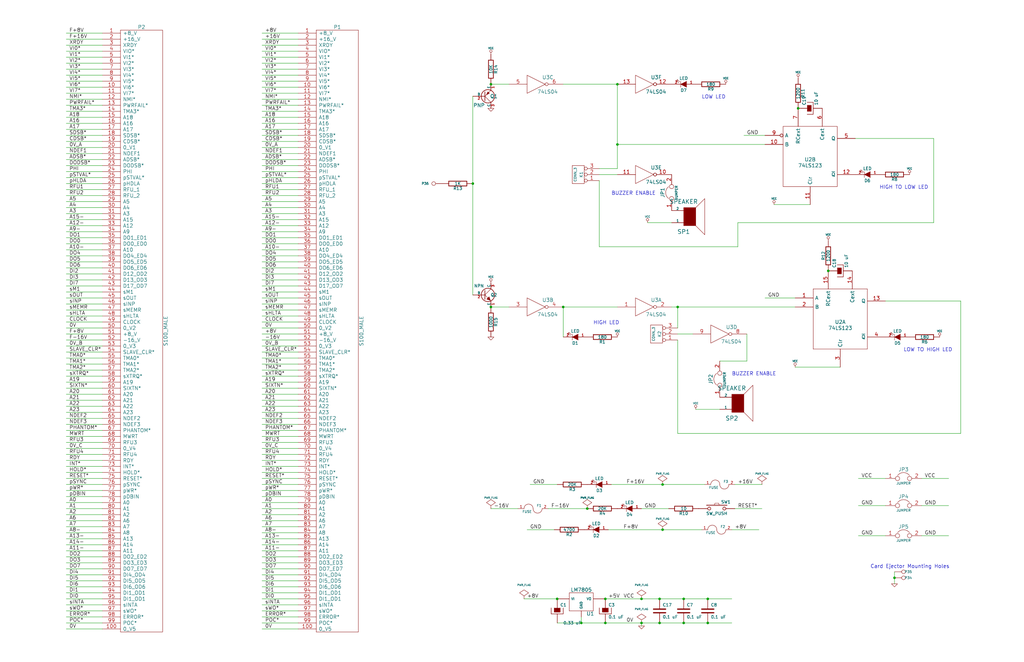
<source format=kicad_sch>
(kicad_sch (version 20230121) (generator eeschema)
  (paper "B")
  (title_block (title "noname.sch") (date "3 dec 2013"))
  (junction (at 270.51 262.89))
  (junction (at 270.51 252.73))
  (junction (at 234.95 252.73))
  (junction (at 298.45 262.89))
  (junction (at 377.19 243.84))
  (junction (at 255.27 262.89))
  (junction (at 288.29 252.73))
  (junction (at 278.13 262.89))
  (junction (at 336.55 45.72))
  (junction (at 349.25 114.3))
  (junction (at 199.39 77.47))
  (junction (at 279.4 223.52))
  (junction (at 255.27 252.73))
  (junction (at 260.35 60.96))
  (junction (at 245.11 262.89))
  (junction (at 207.01 129.54))
  (junction (at 285.75 129.54))
  (junction (at 298.45 252.73))
  (junction (at 288.29 262.89))
  (junction (at 207.01 35.56))
  (junction (at 279.4 204.47))
  (junction (at 278.13 252.73))
  (junction (at 247.65 214.63))
  (junction (at 260.35 35.56))
  (junction (at 237.49 129.54))
  (wire (pts (xy 361.95 213.36) (xy 373.38 213.36)))
  (wire (pts (xy 361.95 226.06) (xy 373.38 226.06)))
  (wire (pts (xy 405.13 127) (xy 373.38 127)))
  (wire (pts (xy 43.18 143.51) (xy 27.94 143.51)))
  (wire (pts (xy 110.49 105.41) (xy 125.73 105.41)))
  (wire (pts (xy 110.49 224.79) (xy 125.73 224.79)))
  (wire (pts (xy 110.49 262.89) (xy 125.73 262.89)))
  (wire (pts (xy 288.29 262.89) (xy 298.45 262.89)))
  (wire (pts (xy 27.94 19.05) (xy 43.18 19.05)))
  (wire (pts (xy 110.49 245.11) (xy 125.73 245.11)))
  (wire (pts (xy 360.68 58.42) (xy 393.7 58.42)))
  (wire (pts (xy 27.94 212.09) (xy 43.18 212.09)))
  (wire (pts (xy 27.94 80.01) (xy 43.18 80.01)))
  (wire (pts (xy 110.49 125.73) (xy 125.73 125.73)))
  (wire (pts (xy 110.49 181.61) (xy 125.73 181.61)))
  (wire (pts (xy 270.51 262.89) (xy 270.51 264.16)))
  (wire (pts (xy 270.51 252.73) (xy 278.13 252.73)))
  (wire (pts (xy 27.94 181.61) (xy 43.18 181.61)))
  (wire (pts (xy 303.53 172.72) (xy 293.37 172.72)))
  (wire (pts (xy 110.49 118.11) (xy 125.73 118.11)))
  (wire (pts (xy 27.94 85.09) (xy 43.18 85.09)))
  (wire (pts (xy 322.58 60.96) (xy 260.35 60.96)))
  (wire (pts (xy 27.94 123.19) (xy 43.18 123.19)))
  (wire (pts (xy 27.94 62.23) (xy 43.18 62.23)))
  (wire (pts (xy 27.94 135.89) (xy 43.18 135.89)))
  (wire (pts (xy 27.94 232.41) (xy 43.18 232.41)))
  (wire (pts (xy 110.49 173.99) (xy 125.73 173.99)))
  (wire (pts (xy 110.49 123.19) (xy 125.73 123.19)))
  (wire (pts (xy 110.49 201.93) (xy 125.73 201.93)))
  (wire (pts (xy 110.49 59.69) (xy 125.73 59.69)))
  (wire (pts (xy 27.94 29.21) (xy 43.18 29.21)))
  (wire (pts (xy 405.13 182.88) (xy 405.13 127)))
  (wire (pts (xy 110.49 13.97) (xy 125.73 13.97)))
  (wire (pts (xy 285.75 140.97) (xy 292.1 140.97)))
  (wire (pts (xy 314.96 140.97) (xy 314.96 152.4)))
  (wire (pts (xy 27.94 237.49) (xy 43.18 237.49)))
  (wire (pts (xy 110.49 80.01) (xy 125.73 80.01)))
  (wire (pts (xy 27.94 201.93) (xy 43.18 201.93)))
  (wire (pts (xy 245.11 262.89) (xy 255.27 262.89)))
  (wire (pts (xy 255.27 262.89) (xy 270.51 262.89)))
  (wire (pts (xy 27.94 224.79) (xy 43.18 224.79)))
  (wire (pts (xy 27.94 179.07) (xy 43.18 179.07)))
  (wire (pts (xy 110.49 69.85) (xy 125.73 69.85)))
  (wire (pts (xy 110.49 64.77) (xy 125.73 64.77)))
  (wire (pts (xy 110.49 227.33) (xy 125.73 227.33)))
  (wire (pts (xy 110.49 39.37) (xy 125.73 39.37)))
  (wire (pts (xy 110.49 82.55) (xy 125.73 82.55)))
  (wire (pts (xy 27.94 92.71) (xy 43.18 92.71)))
  (wire (pts (xy 110.49 237.49) (xy 125.73 237.49)))
  (wire (pts (xy 388.62 226.06) (xy 400.05 226.06)))
  (wire (pts (xy 285.75 143.51) (xy 285.75 182.88)))
  (wire (pts (xy 110.49 29.21) (xy 125.73 29.21)))
  (wire (pts (xy 110.49 234.95) (xy 125.73 234.95)))
  (wire (pts (xy 27.94 209.55) (xy 43.18 209.55)))
  (wire (pts (xy 285.75 129.54) (xy 335.28 129.54)))
  (wire (pts (xy 110.49 166.37) (xy 125.73 166.37)))
  (wire (pts (xy 110.49 74.93) (xy 125.73 74.93)))
  (wire (pts (xy 361.95 201.93) (xy 373.38 201.93)))
  (wire (pts (xy 27.94 194.31) (xy 43.18 194.31)))
  (wire (pts (xy 283.21 129.54) (xy 285.75 129.54)))
  (wire (pts (xy 27.94 252.73) (xy 43.18 252.73)))
  (wire (pts (xy 110.49 212.09) (xy 125.73 212.09)))
  (wire (pts (xy 27.94 262.89) (xy 43.18 262.89)))
  (wire (pts (xy 27.94 245.11) (xy 43.18 245.11)))
  (wire (pts (xy 278.13 262.89) (xy 288.29 262.89)))
  (wire (pts (xy 27.94 148.59) (xy 43.18 148.59)))
  (wire (pts (xy 260.35 60.96) (xy 260.35 71.12)))
  (wire (pts (xy 237.49 142.24) (xy 237.49 129.54)))
  (wire (pts (xy 298.45 262.89) (xy 308.61 262.89)))
  (wire (pts (xy 110.49 214.63) (xy 125.73 214.63)))
  (wire (pts (xy 110.49 24.13) (xy 125.73 24.13)))
  (wire (pts (xy 27.94 242.57) (xy 43.18 242.57)))
  (wire (pts (xy 27.94 196.85) (xy 43.18 196.85)))
  (wire (pts (xy 27.94 140.97) (xy 43.18 140.97)))
  (wire (pts (xy 110.49 171.45) (xy 125.73 171.45)))
  (wire (pts (xy 377.19 241.3) (xy 377.19 243.84)))
  (wire (pts (xy 27.94 36.83) (xy 43.18 36.83)))
  (wire (pts (xy 27.94 199.39) (xy 43.18 199.39)))
  (wire (pts (xy 110.49 186.69) (xy 125.73 186.69)))
  (wire (pts (xy 110.49 72.39) (xy 125.73 72.39)))
  (wire (pts (xy 214.63 129.54) (xy 207.01 129.54)))
  (wire (pts (xy 285.75 182.88) (xy 405.13 182.88)))
  (wire (pts (xy 110.49 204.47) (xy 125.73 204.47)))
  (wire (pts (xy 110.49 161.29) (xy 125.73 161.29)))
  (wire (pts (xy 322.58 57.15) (xy 313.69 57.15)))
  (wire (pts (xy 27.94 120.65) (xy 43.18 120.65)))
  (wire (pts (xy 279.4 204.47) (xy 297.18 204.47)))
  (wire (pts (xy 110.49 34.29) (xy 125.73 34.29)))
  (wire (pts (xy 27.94 46.99) (xy 43.18 46.99)))
  (wire (pts (xy 27.94 156.21) (xy 43.18 156.21)))
  (wire (pts (xy 110.49 16.51) (xy 125.73 16.51)))
  (wire (pts (xy 110.49 176.53) (xy 125.73 176.53)))
  (wire (pts (xy 256.54 223.52) (xy 279.4 223.52)))
  (wire (pts (xy 27.94 189.23) (xy 43.18 189.23)))
  (wire (pts (xy 222.25 223.52) (xy 233.68 223.52)))
  (wire (pts (xy 27.94 49.53) (xy 43.18 49.53)))
  (wire (pts (xy 110.49 46.99) (xy 125.73 46.99)))
  (wire (pts (xy 27.94 255.27) (xy 43.18 255.27)))
  (wire (pts (xy 110.49 196.85) (xy 125.73 196.85)))
  (wire (pts (xy 27.94 31.75) (xy 43.18 31.75)))
  (wire (pts (xy 199.39 77.47) (xy 199.39 124.46)))
  (wire (pts (xy 110.49 250.19) (xy 125.73 250.19)))
  (wire (pts (xy 110.49 133.35) (xy 125.73 133.35)))
  (wire (pts (xy 27.94 260.35) (xy 43.18 260.35)))
  (wire (pts (xy 125.73 143.51) (xy 110.49 143.51)))
  (wire (pts (xy 27.94 138.43) (xy 43.18 138.43)))
  (wire (pts (xy 27.94 247.65) (xy 43.18 247.65)))
  (wire (pts (xy 110.49 26.67) (xy 125.73 26.67)))
  (wire (pts (xy 110.49 49.53) (xy 125.73 49.53)))
  (wire (pts (xy 199.39 40.64) (xy 199.39 77.47)))
  (wire (pts (xy 110.49 194.31) (xy 125.73 194.31)))
  (wire (pts (xy 27.94 227.33) (xy 43.18 227.33)))
  (wire (pts (xy 27.94 100.33) (xy 43.18 100.33)))
  (wire (pts (xy 27.94 133.35) (xy 43.18 133.35)))
  (wire (pts (xy 110.49 184.15) (xy 125.73 184.15)))
  (wire (pts (xy 260.35 71.12) (xy 252.73 71.12)))
  (wire (pts (xy 285.75 138.43) (xy 285.75 129.54)))
  (wire (pts (xy 27.94 113.03) (xy 43.18 113.03)))
  (wire (pts (xy 27.94 115.57) (xy 43.18 115.57)))
  (wire (pts (xy 110.49 222.25) (xy 125.73 222.25)))
  (wire (pts (xy 27.94 97.79) (xy 43.18 97.79)))
  (wire (pts (xy 110.49 52.07) (xy 125.73 52.07)))
  (wire (pts (xy 27.94 105.41) (xy 43.18 105.41)))
  (wire (pts (xy 110.49 95.25) (xy 125.73 95.25)))
  (wire (pts (xy 110.49 219.71) (xy 125.73 219.71)))
  (wire (pts (xy 110.49 44.45) (xy 125.73 44.45)))
  (wire (pts (xy 27.94 176.53) (xy 43.18 176.53)))
  (wire (pts (xy 27.94 130.81) (xy 43.18 130.81)))
  (wire (pts (xy 27.94 67.31) (xy 43.18 67.31)))
  (wire (pts (xy 110.49 209.55) (xy 125.73 209.55)))
  (wire (pts (xy 270.51 214.63) (xy 281.94 214.63)))
  (wire (pts (xy 27.94 207.01) (xy 43.18 207.01)))
  (wire (pts (xy 110.49 156.21) (xy 125.73 156.21)))
  (wire (pts (xy 110.49 100.33) (xy 125.73 100.33)))
  (wire (pts (xy 110.49 97.79) (xy 125.73 97.79)))
  (wire (pts (xy 110.49 240.03) (xy 125.73 240.03)))
  (wire (pts (xy 279.4 223.52) (xy 295.91 223.52)))
  (wire (pts (xy 314.96 152.4) (xy 303.53 152.4)))
  (wire (pts (xy 393.7 93.98) (xy 311.15 93.98)))
  (wire (pts (xy 322.58 125.73) (xy 335.28 125.73)))
  (wire (pts (xy 110.49 158.75) (xy 125.73 158.75)))
  (wire (pts (xy 27.94 72.39) (xy 43.18 72.39)))
  (wire (pts (xy 27.94 90.17) (xy 43.18 90.17)))
  (wire (pts (xy 110.49 179.07) (xy 125.73 179.07)))
  (wire (pts (xy 27.94 204.47) (xy 43.18 204.47)))
  (wire (pts (xy 110.49 252.73) (xy 125.73 252.73)))
  (wire (pts (xy 27.94 234.95) (xy 43.18 234.95)))
  (wire (pts (xy 27.94 229.87) (xy 43.18 229.87)))
  (wire (pts (xy 27.94 184.15) (xy 43.18 184.15)))
  (wire (pts (xy 110.49 130.81) (xy 125.73 130.81)))
  (wire (pts (xy 27.94 128.27) (xy 43.18 128.27)))
  (wire (pts (xy 110.49 54.61) (xy 125.73 54.61)))
  (wire (pts (xy 237.49 35.56) (xy 260.35 35.56)))
  (wire (pts (xy 260.35 35.56) (xy 260.35 60.96)))
  (wire (pts (xy 27.94 57.15) (xy 43.18 57.15)))
  (wire (pts (xy 110.49 120.65) (xy 125.73 120.65)))
  (wire (pts (xy 252.73 73.66) (xy 260.35 73.66)))
  (wire (pts (xy 110.49 140.97) (xy 125.73 140.97)))
  (wire (pts (xy 245.11 262.89) (xy 245.11 260.35)))
  (wire (pts (xy 27.94 74.93) (xy 43.18 74.93)))
  (wire (pts (xy 110.49 41.91) (xy 125.73 41.91)))
  (wire (pts (xy 27.94 69.85) (xy 43.18 69.85)))
  (wire (pts (xy 110.49 87.63) (xy 125.73 87.63)))
  (wire (pts (xy 27.94 87.63) (xy 43.18 87.63)))
  (wire (pts (xy 27.94 161.29) (xy 43.18 161.29)))
  (wire (pts (xy 27.94 240.03) (xy 43.18 240.03)))
  (wire (pts (xy 110.49 19.05) (xy 125.73 19.05)))
  (wire (pts (xy 27.94 16.51) (xy 43.18 16.51)))
  (wire (pts (xy 110.49 217.17) (xy 125.73 217.17)))
  (wire (pts (xy 298.45 252.73) (xy 308.61 252.73)))
  (wire (pts (xy 110.49 247.65) (xy 125.73 247.65)))
  (wire (pts (xy 237.49 129.54) (xy 260.35 129.54)))
  (wire (pts (xy 278.13 252.73) (xy 288.29 252.73)))
  (wire (pts (xy 27.94 77.47) (xy 43.18 77.47)))
  (wire (pts (xy 27.94 54.61) (xy 43.18 54.61)))
  (wire (pts (xy 27.94 222.25) (xy 43.18 222.25)))
  (wire (pts (xy 207.01 214.63) (xy 218.44 214.63)))
  (wire (pts (xy 257.81 204.47) (xy 279.4 204.47)))
  (wire (pts (xy 110.49 57.15) (xy 125.73 57.15)))
  (wire (pts (xy 110.49 90.17) (xy 125.73 90.17)))
  (wire (pts (xy 110.49 135.89) (xy 125.73 135.89)))
  (wire (pts (xy 255.27 252.73) (xy 270.51 252.73)))
  (wire (pts (xy 110.49 189.23) (xy 125.73 189.23)))
  (wire (pts (xy 27.94 41.91) (xy 43.18 41.91)))
  (wire (pts (xy 110.49 138.43) (xy 125.73 138.43)))
  (wire (pts (xy 110.49 85.09) (xy 125.73 85.09)))
  (wire (pts (xy 27.94 82.55) (xy 43.18 82.55)))
  (wire (pts (xy 27.94 26.67) (xy 43.18 26.67)))
  (wire (pts (xy 27.94 257.81) (xy 43.18 257.81)))
  (wire (pts (xy 288.29 252.73) (xy 298.45 252.73)))
  (wire (pts (xy 393.7 58.42) (xy 393.7 93.98)))
  (wire (pts (xy 110.49 31.75) (xy 125.73 31.75)))
  (wire (pts (xy 223.52 204.47) (xy 234.95 204.47)))
  (wire (pts (xy 27.94 217.17) (xy 43.18 217.17)))
  (wire (pts (xy 27.94 166.37) (xy 43.18 166.37)))
  (wire (pts (xy 110.49 113.03) (xy 125.73 113.03)))
  (wire (pts (xy 110.49 77.47) (xy 125.73 77.47)))
  (wire (pts (xy 27.94 34.29) (xy 43.18 34.29)))
  (wire (pts (xy 27.94 107.95) (xy 43.18 107.95)))
  (wire (pts (xy 234.95 262.89) (xy 245.11 262.89)))
  (wire (pts (xy 27.94 153.67) (xy 43.18 153.67)))
  (wire (pts (xy 377.19 243.84) (xy 377.19 246.38)))
  (wire (pts (xy 27.94 146.05) (xy 43.18 146.05)))
  (wire (pts (xy 207.01 35.56) (xy 214.63 35.56)))
  (wire (pts (xy 27.94 118.11) (xy 43.18 118.11)))
  (wire (pts (xy 110.49 62.23) (xy 125.73 62.23)))
  (wire (pts (xy 27.94 39.37) (xy 43.18 39.37)))
  (wire (pts (xy 110.49 115.57) (xy 125.73 115.57)))
  (wire (pts (xy 110.49 242.57) (xy 125.73 242.57)))
  (wire (pts (xy 110.49 151.13) (xy 125.73 151.13)))
  (wire (pts (xy 110.49 163.83) (xy 125.73 163.83)))
  (wire (pts (xy 283.21 93.98) (xy 273.05 93.98)))
  (wire (pts (xy 27.94 13.97) (xy 43.18 13.97)))
  (wire (pts (xy 110.49 260.35) (xy 125.73 260.35)))
  (wire (pts (xy 388.62 213.36) (xy 400.05 213.36)))
  (wire (pts (xy 27.94 59.69) (xy 43.18 59.69)))
  (wire (pts (xy 270.51 262.89) (xy 278.13 262.89)))
  (wire (pts (xy 27.94 102.87) (xy 43.18 102.87)))
  (wire (pts (xy 309.88 204.47) (xy 321.31 204.47)))
  (wire (pts (xy 27.94 125.73) (xy 43.18 125.73)))
  (wire (pts (xy 388.62 201.93) (xy 400.05 201.93)))
  (wire (pts (xy 110.49 67.31) (xy 125.73 67.31)))
  (wire (pts (xy 27.94 171.45) (xy 43.18 171.45)))
  (wire (pts (xy 27.94 214.63) (xy 43.18 214.63)))
  (wire (pts (xy 27.94 250.19) (xy 43.18 250.19)))
  (wire (pts (xy 110.49 146.05) (xy 125.73 146.05)))
  (wire (pts (xy 308.61 223.52) (xy 320.04 223.52)))
  (wire (pts (xy 27.94 44.45) (xy 43.18 44.45)))
  (wire (pts (xy 27.94 52.07) (xy 43.18 52.07)))
  (wire (pts (xy 110.49 199.39) (xy 125.73 199.39)))
  (wire (pts (xy 110.49 148.59) (xy 125.73 148.59)))
  (wire (pts (xy 27.94 158.75) (xy 43.18 158.75)))
  (wire (pts (xy 110.49 255.27) (xy 125.73 255.27)))
  (wire (pts (xy 27.94 64.77) (xy 43.18 64.77)))
  (wire (pts (xy 110.49 102.87) (xy 125.73 102.87)))
  (wire (pts (xy 27.94 21.59) (xy 43.18 21.59)))
  (wire (pts (xy 110.49 207.01) (xy 125.73 207.01)))
  (wire (pts (xy 234.95 252.73) (xy 220.98 252.73)))
  (wire (pts (xy 321.31 214.63) (xy 309.88 214.63)))
  (wire (pts (xy 110.49 168.91) (xy 125.73 168.91)))
  (wire (pts (xy 27.94 95.25) (xy 43.18 95.25)))
  (wire (pts (xy 252.73 104.14) (xy 252.73 76.2)))
  (wire (pts (xy 110.49 21.59) (xy 125.73 21.59)))
  (wire (pts (xy 110.49 257.81) (xy 125.73 257.81)))
  (wire (pts (xy 311.15 93.98) (xy 311.15 104.14)))
  (wire (pts (xy 27.94 168.91) (xy 43.18 168.91)))
  (wire (pts (xy 326.39 86.36) (xy 341.63 86.36)))
  (wire (pts (xy 110.49 107.95) (xy 125.73 107.95)))
  (wire (pts (xy 110.49 110.49) (xy 125.73 110.49)))
  (wire (pts (xy 27.94 24.13) (xy 43.18 24.13)))
  (wire (pts (xy 27.94 219.71) (xy 43.18 219.71)))
  (wire (pts (xy 354.33 154.94) (xy 335.28 154.94)))
  (wire (pts (xy 110.49 229.87) (xy 125.73 229.87)))
  (wire (pts (xy 110.49 153.67) (xy 125.73 153.67)))
  (wire (pts (xy 27.94 163.83) (xy 43.18 163.83)))
  (wire (pts (xy 43.18 265.43) (xy 27.94 265.43)))
  (wire (pts (xy 27.94 110.49) (xy 43.18 110.49)))
  (wire (pts (xy 110.49 92.71) (xy 125.73 92.71)))
  (wire (pts (xy 110.49 128.27) (xy 125.73 128.27)))
  (wire (pts (xy 125.73 265.43) (xy 110.49 265.43)))
  (wire (pts (xy 27.94 173.99) (xy 43.18 173.99)))
  (wire (pts (xy 311.15 104.14) (xy 252.73 104.14)))
  (wire (pts (xy 110.49 232.41) (xy 125.73 232.41)))
  (wire (pts (xy 27.94 191.77) (xy 43.18 191.77)))
  (wire (pts (xy 110.49 36.83) (xy 125.73 36.83)))
  (wire (pts (xy 27.94 186.69) (xy 43.18 186.69)))
  (wire (pts (xy 231.14 214.63) (xy 247.65 214.63)))
  (wire (pts (xy 27.94 151.13) (xy 43.18 151.13)))
  (wire (pts (xy 110.49 191.77) (xy 125.73 191.77)))
  (text "Card Ejector Mounting Holes" (at 367.03 240.03 0) (effects (font (size 1.524 1.524)) (justify left bottom)))
  (text "BUZZER ENABLE" (at 257.81 82.55 0) (effects (font (size 1.524 1.524)) (justify left bottom)))
  (text "BUZZER ENABLE" (at 308.61 158.75 0) (effects (font (size 1.524 1.524)) (justify left bottom)))
  (text "HIGH LED" (at 250.19 137.16 0) (effects (font (size 1.524 1.524)) (justify left bottom)))
  (text "HIGH TO LOW LED" (at 370.84 80.01 0) (effects (font (size 1.524 1.524)) (justify left bottom)))
  (text "LOW TO HIGH LED" (at 381 148.59 0) (effects (font (size 1.524 1.524)) (justify left bottom)))
  (text "LOW LED" (at 295.91 41.91 0) (effects (font (size 1.524 1.524)) (justify left bottom)))
  (label "pSYNC" (at 111.76 204.47 0) (effects (font (size 1.524 1.524))))
  (label "A18" (at 29.21 49.53 0) (effects (font (size 1.524 1.524))))
  (label "DI2" (at 29.21 115.57 0) (effects (font (size 1.524 1.524))))
  (label "DO1" (at 29.21 100.33 0) (effects (font (size 1.524 1.524))))
  (label "0V" (at 264.16 262.89 0) (effects (font (size 1.524 1.524))))
  (label "SDSB*" (at 29.21 57.15 0) (effects (font (size 1.524 1.524))))
  (label "A6" (at 29.21 219.71 0) (effects (font (size 1.524 1.524))))
  (label "DI6" (at 29.21 247.65 0) (effects (font (size 1.524 1.524))))
  (label "XRDY" (at 29.21 19.05 0) (effects (font (size 1.524 1.524))))
  (label "HOLD*" (at 111.76 199.39 0) (effects (font (size 1.524 1.524))))
  (label "0V" (at 29.21 138.43 0) (effects (font (size 1.524 1.524))))
  (label "0V" (at 111.76 265.43 0) (effects (font (size 1.524 1.524))))
  (label "RDY" (at 29.21 194.31 0) (effects (font (size 1.524 1.524))))
  (label "VI1*" (at 29.21 24.13 0) (effects (font (size 1.524 1.524))))
  (label "-16V" (at 208.28 214.63 0) (effects (font (size 1.524 1.524))))
  (label "DO6" (at 29.21 113.03 0) (effects (font (size 1.524 1.524))))
  (label "A15-" (at 29.21 92.71 0) (effects (font (size 1.524 1.524))))
  (label "F+8V" (at 262.89 223.52 0) (effects (font (size 1.524 1.524))))
  (label "DO3" (at 111.76 237.49 0) (effects (font (size 1.524 1.524))))
  (label "DI1" (at 111.76 250.19 0) (effects (font (size 1.524 1.524))))
  (label "A5" (at 29.21 85.09 0) (effects (font (size 1.524 1.524))))
  (label "A16" (at 29.21 52.07 0) (effects (font (size 1.524 1.524))))
  (label "VI0*" (at 29.21 21.59 0) (effects (font (size 1.524 1.524))))
  (label "RESET*" (at 311.15 214.63 0) (effects (font (size 1.524 1.524))))
  (label "SIXTN*" (at 111.76 163.83 0) (effects (font (size 1.524 1.524))))
  (label "PHI" (at 29.21 72.39 0) (effects (font (size 1.524 1.524))))
  (label "A12-" (at 111.76 95.25 0) (effects (font (size 1.524 1.524))))
  (label "CLOCK" (at 29.21 135.89 0) (effects (font (size 1.524 1.524))))
  (label "HOLD*" (at 29.21 199.39 0) (effects (font (size 1.524 1.524))))
  (label "RFU4" (at 29.21 191.77 0) (effects (font (size 1.524 1.524))))
  (label "VI3*" (at 29.21 29.21 0) (effects (font (size 1.524 1.524))))
  (label "DO2" (at 29.21 234.95 0) (effects (font (size 1.524 1.524))))
  (label "sM1" (at 111.76 123.19 0) (effects (font (size 1.524 1.524))))
  (label "A2" (at 111.76 217.17 0) (effects (font (size 1.524 1.524))))
  (label "sMEMR" (at 29.21 130.81 0) (effects (font (size 1.524 1.524))))
  (label "PHANTOM*" (at 111.76 181.61 0) (effects (font (size 1.524 1.524))))
  (label "NDEF2" (at 111.76 176.53 0) (effects (font (size 1.524 1.524))))
  (label "A6" (at 111.76 219.71 0) (effects (font (size 1.524 1.524))))
  (label "XRDY" (at 111.76 19.05 0) (effects (font (size 1.524 1.524))))
  (label "DI5" (at 111.76 245.11 0) (effects (font (size 1.524 1.524))))
  (label "0V_A" (at 111.76 62.23 0) (effects (font (size 1.524 1.524))))
  (label "RESET*" (at 111.76 201.93 0) (effects (font (size 1.524 1.524))))
  (label "sXTRQ*" (at 29.21 158.75 0) (effects (font (size 1.524 1.524))))
  (label "sINTA" (at 111.76 255.27 0) (effects (font (size 1.524 1.524))))
  (label "A15-" (at 111.76 92.71 0) (effects (font (size 1.524 1.524))))
  (label "A13-" (at 29.21 227.33 0) (effects (font (size 1.524 1.524))))
  (label "PWRFAIL*" (at 29.21 44.45 0) (effects (font (size 1.524 1.524))))
  (label "GND" (at 363.22 213.36 0) (effects (font (size 1.524 1.524))))
  (label "GND" (at 389.89 213.36 0) (effects (font (size 1.524 1.524))))
  (label "A14-" (at 111.76 229.87 0) (effects (font (size 1.524 1.524))))
  (label "VI7*" (at 111.76 39.37 0) (effects (font (size 1.524 1.524))))
  (label "VI6*" (at 29.21 36.83 0) (effects (font (size 1.524 1.524))))
  (label "sXTRQ*" (at 111.76 158.75 0) (effects (font (size 1.524 1.524))))
  (label "A9-" (at 111.76 97.79 0) (effects (font (size 1.524 1.524))))
  (label "pSTVAL*" (at 29.21 74.93 0) (effects (font (size 1.524 1.524))))
  (label "DI1" (at 29.21 250.19 0) (effects (font (size 1.524 1.524))))
  (label "PWRFAIL*" (at 111.76 44.45 0) (effects (font (size 1.524 1.524))))
  (label "sOUT" (at 29.21 125.73 0) (effects (font (size 1.524 1.524))))
  (label "RFU3" (at 111.76 186.69 0) (effects (font (size 1.524 1.524))))
  (label "0V" (at 29.21 265.43 0) (effects (font (size 1.524 1.524))))
  (label "RFU1" (at 111.76 80.01 0) (effects (font (size 1.524 1.524))))
  (label "GND" (at 224.79 204.47 0) (effects (font (size 1.524 1.524))))
  (label "F+16V" (at 264.16 204.47 0) (effects (font (size 1.524 1.524))))
  (label "0V_C" (at 29.21 189.23 0) (effects (font (size 1.524 1.524))))
  (label "A23" (at 29.21 173.99 0) (effects (font (size 1.524 1.524))))
  (label "DI0" (at 29.21 252.73 0) (effects (font (size 1.524 1.524))))
  (label "VI2*" (at 29.21 26.67 0) (effects (font (size 1.524 1.524))))
  (label "A12-" (at 29.21 95.25 0) (effects (font (size 1.524 1.524))))
  (label "DI3" (at 29.21 118.11 0) (effects (font (size 1.524 1.524))))
  (label "A4" (at 111.76 87.63 0) (effects (font (size 1.524 1.524))))
  (label "A0" (at 111.76 212.09 0) (effects (font (size 1.524 1.524))))
  (label "TMA3*" (at 111.76 46.99 0) (effects (font (size 1.524 1.524))))
  (label "sINP" (at 29.21 128.27 0) (effects (font (size 1.524 1.524))))
  (label "PHANTOM*" (at 29.21 181.61 0) (effects (font (size 1.524 1.524))))
  (label "pHLDA" (at 111.76 77.47 0) (effects (font (size 1.524 1.524))))
  (label "A9-" (at 29.21 97.79 0) (effects (font (size 1.524 1.524))))
  (label "sHLTA" (at 111.76 133.35 0) (effects (font (size 1.524 1.524))))
  (label "A13-" (at 111.76 227.33 0) (effects (font (size 1.524 1.524))))
  (label "0V_C" (at 111.76 189.23 0) (effects (font (size 1.524 1.524))))
  (label "sHLTA" (at 29.21 133.35 0) (effects (font (size 1.524 1.524))))
  (label "VI5*" (at 111.76 34.29 0) (effects (font (size 1.524 1.524))))
  (label "0V_B" (at 29.21 146.05 0) (effects (font (size 1.524 1.524))))
  (label "RFU2" (at 29.21 82.55 0) (effects (font (size 1.524 1.524))))
  (label "TMA2*" (at 111.76 156.21 0) (effects (font (size 1.524 1.524))))
  (label "A22" (at 29.21 171.45 0) (effects (font (size 1.524 1.524))))
  (label "ERROR*" (at 111.76 260.35 0) (effects (font (size 1.524 1.524))))
  (label "+8V" (at 309.88 223.52 0) (effects (font (size 1.524 1.524))))
  (label "TMA2*" (at 29.21 156.21 0) (effects (font (size 1.524 1.524))))
  (label "NDEF1" (at 29.21 64.77 0) (effects (font (size 1.524 1.524))))
  (label "SLAVE_CLR*" (at 29.21 148.59 0) (effects (font (size 1.524 1.524))))
  (label "DO4" (at 29.21 107.95 0) (effects (font (size 1.524 1.524))))
  (label "VI1*" (at 111.76 24.13 0) (effects (font (size 1.524 1.524))))
  (label "pDBIN" (at 111.76 209.55 0) (effects (font (size 1.524 1.524))))
  (label "A3" (at 111.76 90.17 0) (effects (font (size 1.524 1.524))))
  (label "DO1" (at 111.76 100.33 0) (effects (font (size 1.524 1.524))))
  (label "INT*" (at 29.21 196.85 0) (effects (font (size 1.524 1.524))))
  (label "A11-" (at 111.76 232.41 0) (effects (font (size 1.524 1.524))))
  (label "+5V" (at 256.54 252.73 0) (effects (font (size 1.524 1.524))))
  (label "A5" (at 111.76 85.09 0) (effects (font (size 1.524 1.524))))
  (label "VI6*" (at 111.76 36.83 0) (effects (font (size 1.524 1.524))))
  (label "A8-" (at 29.21 224.79 0) (effects (font (size 1.524 1.524))))
  (label "sINTA" (at 29.21 255.27 0) (effects (font (size 1.524 1.524))))
  (label "DO6" (at 111.76 113.03 0) (effects (font (size 1.524 1.524))))
  (label "RFU1" (at 29.21 80.01 0) (effects (font (size 1.524 1.524))))
  (label "CDSB*" (at 111.76 59.69 0) (effects (font (size 1.524 1.524))))
  (label "F-16V" (at 29.21 143.51 0) (effects (font (size 1.524 1.524))))
  (label "VI4*" (at 29.21 31.75 0) (effects (font (size 1.524 1.524))))
  (label "A1" (at 111.76 214.63 0) (effects (font (size 1.524 1.524))))
  (label "DO4" (at 111.76 107.95 0) (effects (font (size 1.524 1.524))))
  (label "DO7" (at 111.76 240.03 0) (effects (font (size 1.524 1.524))))
  (label "A7" (at 29.21 222.25 0) (effects (font (size 1.524 1.524))))
  (label "INT*" (at 111.76 196.85 0) (effects (font (size 1.524 1.524))))
  (label "SLAVE_CLR*" (at 111.76 148.59 0) (effects (font (size 1.524 1.524))))
  (label "pSTVAL*" (at 111.76 74.93 0) (effects (font (size 1.524 1.524))))
  (label "DO0" (at 111.76 102.87 0) (effects (font (size 1.524 1.524))))
  (label "A20" (at 111.76 166.37 0) (effects (font (size 1.524 1.524))))
  (label "VCC" (at 262.89 252.73 0) (effects (font (size 1.524 1.524))))
  (label "pWR*" (at 111.76 207.01 0) (effects (font (size 1.524 1.524))))
  (label "NDEF2" (at 29.21 176.53 0) (effects (font (size 1.524 1.524))))
  (label "TMA0*" (at 111.76 151.13 0) (effects (font (size 1.524 1.524))))
  (label "NMI*" (at 111.76 41.91 0) (effects (font (size 1.524 1.524))))
  (label "RFU4" (at 111.76 191.77 0) (effects (font (size 1.524 1.524))))
  (label "DO7" (at 29.21 240.03 0) (effects (font (size 1.524 1.524))))
  (label "VI2*" (at 111.76 26.67 0) (effects (font (size 1.524 1.524))))
  (label "sOUT" (at 111.76 125.73 0) (effects (font (size 1.524 1.524))))
  (label "DI0" (at 111.76 252.73 0) (effects (font (size 1.524 1.524))))
  (label "GND" (at 271.78 214.63 0) (effects (font (size 1.524 1.524))))
  (label "PHI" (at 111.76 72.39 0) (effects (font (size 1.524 1.524))))
  (label "+8V" (at 222.25 252.73 0) (effects (font (size 1.524 1.524))))
  (label "A4" (at 29.21 87.63 0) (effects (font (size 1.524 1.524))))
  (label "DO0" (at 29.21 102.87 0) (effects (font (size 1.524 1.524))))
  (label "TMA0*" (at 29.21 151.13 0) (effects (font (size 1.524 1.524))))
  (label "F+8V" (at 29.21 13.97 0) (effects (font (size 1.524 1.524))))
  (label "A11-" (at 29.21 232.41 0) (effects (font (size 1.524 1.524))))
  (label "+16V" (at 111.76 16.51 0) (effects (font (size 1.524 1.524))))
  (label "TMA3*" (at 29.21 46.99 0) (effects (font (size 1.524 1.524))))
  (label "F+8V" (at 29.21 140.97 0) (effects (font (size 1.524 1.524))))
  (label "A19" (at 29.21 161.29 0) (effects (font (size 1.524 1.524))))
  (label "DI4" (at 111.76 242.57 0) (effects (font (size 1.524 1.524))))
  (label "VI0*" (at 111.76 21.59 0) (effects (font (size 1.524 1.524))))
  (label "NMI*" (at 29.21 41.91 0) (effects (font (size 1.524 1.524))))
  (label "DI6" (at 111.76 247.65 0) (effects (font (size 1.524 1.524))))
  (label "DI7" (at 111.76 120.65 0) (effects (font (size 1.524 1.524))))
  (label "GND" (at 363.22 226.06 0) (effects (font (size 1.524 1.524))))
  (label "A17" (at 29.21 54.61 0) (effects (font (size 1.524 1.524))))
  (label "A23" (at 111.76 173.99 0) (effects (font (size 1.524 1.524))))
  (label "+16V" (at 311.15 204.47 0) (effects (font (size 1.524 1.524))))
  (label "A18" (at 111.76 49.53 0) (effects (font (size 1.524 1.524))))
  (label "NDEF3" (at 111.76 179.07 0) (effects (font (size 1.524 1.524))))
  (label "GND" (at 323.85 125.73 0) (effects (font (size 1.524 1.524))))
  (label "DO5" (at 111.76 110.49 0) (effects (font (size 1.524 1.524))))
  (label "A21" (at 111.76 168.91 0) (effects (font (size 1.524 1.524))))
  (label "0V_A" (at 29.21 62.23 0) (effects (font (size 1.524 1.524))))
  (label "CDSB*" (at 29.21 59.69 0) (effects (font (size 1.524 1.524))))
  (label "ERROR*" (at 29.21 260.35 0) (effects (font (size 1.524 1.524))))
  (label "pSYNC" (at 29.21 204.47 0) (effects (font (size 1.524 1.524))))
  (label "GND" (at 314.96 57.15 0) (effects (font (size 1.524 1.524))))
  (label "+8V" (at 111.76 13.97 0) (effects (font (size 1.524 1.524))))
  (label "SDSB*" (at 111.76 57.15 0) (effects (font (size 1.524 1.524))))
  (label "DI3" (at 111.76 118.11 0) (effects (font (size 1.524 1.524))))
  (label "RESET*" (at 29.21 201.93 0) (effects (font (size 1.524 1.524))))
  (label "POC*" (at 29.21 262.89 0) (effects (font (size 1.524 1.524))))
  (label "sINP" (at 111.76 128.27 0) (effects (font (size 1.524 1.524))))
  (label "RFU3" (at 29.21 186.69 0) (effects (font (size 1.524 1.524))))
  (label "RDY" (at 111.76 194.31 0) (effects (font (size 1.524 1.524))))
  (label "0V_B" (at 111.76 146.05 0) (effects (font (size 1.524 1.524))))
  (label "pDBIN" (at 29.21 209.55 0) (effects (font (size 1.524 1.524))))
  (label "A19" (at 111.76 161.29 0) (effects (font (size 1.524 1.524))))
  (label "F+16V" (at 29.21 16.51 0) (effects (font (size 1.524 1.524))))
  (label "NDEF3" (at 29.21 179.07 0) (effects (font (size 1.524 1.524))))
  (label "A1" (at 29.21 214.63 0) (effects (font (size 1.524 1.524))))
  (label "TMA1*" (at 29.21 153.67 0) (effects (font (size 1.524 1.524))))
  (label "A21" (at 29.21 168.91 0) (effects (font (size 1.524 1.524))))
  (label "GND" (at 389.89 226.06 0) (effects (font (size 1.524 1.524))))
  (label "+8V" (at 111.76 140.97 0) (effects (font (size 1.524 1.524))))
  (label "sM1" (at 29.21 123.19 0) (effects (font (size 1.524 1.524))))
  (label "A16" (at 111.76 52.07 0) (effects (font (size 1.524 1.524))))
  (label "-16V" (at 111.76 143.51 0) (effects (font (size 1.524 1.524))))
  (label "DO3" (at 29.21 237.49 0) (effects (font (size 1.524 1.524))))
  (label "SIXTN*" (at 29.21 163.83 0) (effects (font (size 1.524 1.524))))
  (label "A14-" (at 29.21 229.87 0) (effects (font (size 1.524 1.524))))
  (label "sWO*" (at 111.76 257.81 0) (effects (font (size 1.524 1.524))))
  (label "A10-" (at 29.21 105.41 0) (effects (font (size 1.524 1.524))))
  (label "sMEMR" (at 111.76 130.81 0) (effects (font (size 1.524 1.524))))
  (label "DI4" (at 29.21 242.57 0) (effects (font (size 1.524 1.524))))
  (label "A2" (at 29.21 217.17 0) (effects (font (size 1.524 1.524))))
  (label "NDEF1" (at 111.76 64.77 0) (effects (font (size 1.524 1.524))))
  (label "A0" (at 29.21 212.09 0) (effects (font (size 1.524 1.524))))
  (label "DO2" (at 111.76 234.95 0) (effects (font (size 1.524 1.524))))
  (label "RFU2" (at 111.76 82.55 0) (effects (font (size 1.524 1.524))))
  (label "CLOCK" (at 111.76 135.89 0) (effects (font (size 1.524 1.524))))
  (label "ADSB*" (at 29.21 67.31 0) (effects (font (size 1.524 1.524))))
  (label "F-16V" (at 232.41 214.63 0) (effects (font (size 1.524 1.524))))
  (label "A3" (at 29.21 90.17 0) (effects (font (size 1.524 1.524))))
  (label "0V" (at 111.76 138.43 0) (effects (font (size 1.524 1.524))))
  (label "TMA1*" (at 111.76 153.67 0) (effects (font (size 1.524 1.524))))
  (label "DODSB*" (at 29.21 69.85 0) (effects (font (size 1.524 1.524))))
  (label "ADSB*" (at 111.76 67.31 0) (effects (font (size 1.524 1.524))))
  (label "A8-" (at 111.76 224.79 0) (effects (font (size 1.524 1.524))))
  (label "DODSB*" (at 111.76 69.85 0) (effects (font (size 1.524 1.524))))
  (label "A22" (at 111.76 171.45 0) (effects (font (size 1.524 1.524))))
  (label "VCC" (at 363.22 201.93 0) (effects (font (size 1.524 1.524))))
  (label "POC*" (at 111.76 262.89 0) (effects (font (size 1.524 1.524))))
  (label "MWRT" (at 111.76 184.15 0) (effects (font (size 1.524 1.524))))
  (label "VI5*" (at 29.21 34.29 0) (effects (font (size 1.524 1.524))))
  (label "DO5" (at 29.21 110.49 0) (effects (font (size 1.524 1.524))))
  (label "A10-" (at 111.76 105.41 0) (effects (font (size 1.524 1.524))))
  (label "VI4*" (at 111.76 31.75 0) (effects (font (size 1.524 1.524))))
  (label "MWRT" (at 29.21 184.15 0) (effects (font (size 1.524 1.524))))
  (label "DI5" (at 29.21 245.11 0) (effects (font (size 1.524 1.524))))
  (label "VI7*" (at 29.21 39.37 0) (effects (font (size 1.524 1.524))))
  (label "pWR*" (at 29.21 207.01 0) (effects (font (size 1.524 1.524))))
  (label "DI2" (at 111.76 115.57 0) (effects (font (size 1.524 1.524))))
  (label "A20" (at 29.21 166.37 0) (effects (font (size 1.524 1.524))))
  (label "pHLDA" (at 29.21 77.47 0) (effects (font (size 1.524 1.524))))
  (label "VCC" (at 389.89 201.93 0) (effects (font (size 1.524 1.524))))
  (label "A7" (at 111.76 222.25 0) (effects (font (size 1.524 1.524))))
  (label "sWO*" (at 29.21 257.81 0) (effects (font (size 1.524 1.524))))
  (label "VI3*" (at 111.76 29.21 0) (effects (font (size 1.524 1.524))))
  (label "GND" (at 223.52 223.52 0) (effects (font (size 1.524 1.524))))
  (label "A17" (at 111.76 54.61 0) (effects (font (size 1.524 1.524))))
  (label "DI7" (at 29.21 120.65 0) (effects (font (size 1.524 1.524))))
  (symbol (lib_id "s100_Bus-Extender-rescue:S100_MALE") (at 142.24 139.7 0) (unit 1)
    (property "Reference" "P1" (at 142.24 11.43 0) (effects (font (size 1.524 1.524))))
    (property "Value" "S100_MALE" (at 152.4 139.7 90) (effects (font (size 1.524 1.524))))
    (property "Footprint" "S100_MALE" (effects hide))
  )
  (symbol (lib_id "s100_Bus-Extender-rescue:LM7805") (at 245.11 254 0) (unit 1)
    (property "Reference" "U1" (at 248.92 258.9784 0) (effects (font (size 1.524 1.524))))
    (property "Value" "LM7805" (at 245.11 248.92 0) (effects (font (size 1.524 1.524))))
    (property "Footprint" "TO220" (effects hide))
  )
  (symbol (lib_id "s100_Bus-Extender-rescue:PWR_FLAG") (at 220.98 252.73 0) (unit 1)
    (property "Reference" "#FLG024" (effects hide))
    (property "Value" "PWR_FLAG" (at 220.98 246.888 0) (effects (font (size 0.762 0.762))))
  )
  (symbol (lib_id "s100_Bus-Extender-rescue:PWR_FLAG") (at 270.51 262.89 0) (unit 1)
    (property "Reference" "#FLG023" (effects hide))
    (property "Value" "PWR_FLAG" (at 270.51 257.048 0) (effects (font (size 0.762 0.762))))
  )
  (symbol (lib_id "s100_Bus-Extender-rescue:CP") (at 234.95 257.81 0) (unit 1)
    (property "Reference" "C1" (at 236.22 255.27 0) (effects (justify left)))
    (property "Value" "0.33 uF" (at 237.49 262.89 0) (effects (justify left)))
    (property "Footprint" "C1V5" (effects hide))
  )
  (symbol (lib_id "s100_Bus-Extender-rescue:CP") (at 255.27 257.81 0) (unit 1)
    (property "Reference" "C3" (at 256.54 255.27 0) (effects (justify left)))
    (property "Value" "0.1 uF" (at 256.54 260.35 0) (effects (justify left)))
    (property "Footprint" "C1V5" (effects hide))
  )
  (symbol (lib_id "s100_Bus-Extender-rescue:CONN_1") (at 381 241.3 0) (unit 1)
    (property "Reference" "P35" (at 383.032 241.3 0) (effects (font (size 1.016 1.016))))
    (property "Value" "CONN_1" (effects hide))
    (property "Footprint" "1pin" (effects hide))
  )
  (symbol (lib_id "s100_Bus-Extender-rescue:CONN_1") (at 381 243.84 0) (unit 1)
    (property "Reference" "P34" (at 383.032 243.84 0) (effects (font (size 1.016 1.016))))
    (property "Value" "CONN_1" (effects hide))
    (property "Footprint" "1pin" (effects hide))
  )
  (symbol (lib_id "s100_Bus-Extender-rescue:GND") (at 270.51 264.16 0) (unit 1)
    (property "Reference" "#PWR022" (effects hide))
    (property "Value" "GND" (effects hide))
  )
  (symbol (lib_id "s100_Bus-Extender-rescue:C") (at 288.29 257.81 0) (unit 1)
    (property "Reference" "C7" (at 289.56 255.27 0) (effects (justify left)))
    (property "Value" "0.1 uF" (at 289.56 260.35 0) (effects (justify left)))
    (property "Footprint" "C2" (effects hide))
  )
  (symbol (lib_id "s100_Bus-Extender-rescue:C") (at 298.45 257.81 0) (unit 1)
    (property "Reference" "C8" (at 299.72 255.27 0) (effects (justify left)))
    (property "Value" "0.1 uF" (at 299.72 260.35 0) (effects (justify left)))
    (property "Footprint" "C2" (effects hide))
  )
  (symbol (lib_id "s100_Bus-Extender-rescue:PWR_FLAG") (at 270.51 252.73 0) (unit 1)
    (property "Reference" "#FLG021" (effects hide))
    (property "Value" "PWR_FLAG" (at 270.51 246.888 0) (effects (font (size 0.762 0.762))))
  )
  (symbol (lib_id "s100_Bus-Extender-rescue:C") (at 278.13 257.81 0) (unit 1)
    (property "Reference" "C17" (at 279.4 255.27 0) (effects (justify left)))
    (property "Value" "0.1 uF" (at 279.4 260.35 0) (effects (justify left)))
    (property "Footprint" "C2" (effects hide))
  )
  (symbol (lib_id "s100_Bus-Extender-rescue:GND") (at 377.19 246.38 0) (unit 1)
    (property "Reference" "#PWR020" (effects hide))
    (property "Value" "GND" (effects hide))
  )
  (symbol (lib_id "s100_Bus-Extender-rescue:S100_MALE") (at 59.69 139.7 0) (unit 1)
    (property "Reference" "P2" (at 59.69 11.43 0) (effects (font (size 1.524 1.524))))
    (property "Value" "S100_MALE" (at 69.85 139.7 90) (effects (font (size 1.524 1.524))))
    (property "Footprint" "S100_MALE" (effects hide))
  )
  (symbol (lib_id "s100_Bus-Extender-rescue:CONN_1") (at 182.88 77.47 180) (unit 1)
    (property "Reference" "P36" (at 180.848 77.47 0) (effects (font (size 1.016 1.016)) (justify left)))
    (property "Value" "CONN_1" (effects hide))
    (property "Footprint" "1pin" (effects hide))
  )
  (symbol (lib_id "s100_Bus-Extender-rescue:JUMPER") (at 283.21 81.28 90) (unit 1)
    (property "Reference" "JP1" (at 279.4 81.28 0) (effects (font (size 1.524 1.524))))
    (property "Value" "JUMPER" (at 285.242 81.28 0) (effects (font (size 1.016 1.016))))
    (property "Footprint" "PIN_ARRAY_2X1" (effects hide))
  )
  (symbol (lib_id "s100_Bus-Extender-rescue:74LS123") (at 354.33 134.62 0) (unit 1)
    (property "Reference" "U2" (at 354.33 135.89 0) (effects (font (size 1.524 1.524))))
    (property "Value" "74LS123" (at 354.33 138.43 0) (effects (font (size 1.524 1.524))))
    (property "Footprint" "16dip300" (effects hide))
  )
  (symbol (lib_id "s100_Bus-Extender-rescue:CP") (at 354.33 114.3 90) (unit 1)
    (property "Reference" "C18" (at 351.79 113.03 0) (effects (justify left)))
    (property "Value" "10 uF" (at 356.87 113.03 0) (effects (justify left)))
    (property "Footprint" "C1V5" (effects hide))
  )
  (symbol (lib_id "s100_Bus-Extender-rescue:VCC") (at 349.25 101.6 0) (unit 1)
    (property "Reference" "#PWR019" (effects hide))
    (property "Value" "VCC" (at 349.25 99.06 0) (effects (font (size 0.762 0.762))))
  )
  (symbol (lib_id "s100_Bus-Extender-rescue:VCC") (at 335.28 154.94 0) (unit 1)
    (property "Reference" "#PWR018" (effects hide))
    (property "Value" "VCC" (at 335.28 152.4 0) (effects (font (size 0.762 0.762))))
  )
  (symbol (lib_id "s100_Bus-Extender-rescue:R") (at 389.89 142.24 270) (unit 1)
    (property "Reference" "R6" (at 389.89 144.272 90))
    (property "Value" "180" (at 389.89 142.24 90))
    (property "Footprint" "R3" (effects hide))
  )
  (symbol (lib_id "s100_Bus-Extender-rescue:LED") (at 378.46 142.24 180) (unit 1)
    (property "Reference" "D5" (at 378.46 144.78 0))
    (property "Value" "LED" (at 378.46 139.7 0))
    (property "Footprint" "LEDV" (effects hide))
  )
  (symbol (lib_id "s100_Bus-Extender-rescue:VCC") (at 396.24 142.24 0) (unit 1)
    (property "Reference" "#PWR017" (effects hide))
    (property "Value" "VCC" (at 396.24 139.7 0) (effects (font (size 0.762 0.762))))
  )
  (symbol (lib_id "s100_Bus-Extender-rescue:VCC") (at 383.54 73.66 0) (unit 1)
    (property "Reference" "#PWR016" (effects hide))
    (property "Value" "VCC" (at 383.54 71.12 0) (effects (font (size 0.762 0.762))))
  )
  (symbol (lib_id "s100_Bus-Extender-rescue:LED") (at 365.76 73.66 180) (unit 1)
    (property "Reference" "D6" (at 365.76 76.2 0))
    (property "Value" "LED" (at 365.76 71.12 0))
    (property "Footprint" "LEDV" (effects hide))
  )
  (symbol (lib_id "s100_Bus-Extender-rescue:R") (at 377.19 73.66 270) (unit 1)
    (property "Reference" "R8" (at 377.19 75.692 90))
    (property "Value" "180" (at 377.19 73.66 90))
    (property "Footprint" "R3" (effects hide))
  )
  (symbol (lib_id "s100_Bus-Extender-rescue:VCC") (at 326.39 86.36 0) (unit 1)
    (property "Reference" "#PWR015" (effects hide))
    (property "Value" "VCC" (at 326.39 83.82 0) (effects (font (size 0.762 0.762))))
  )
  (symbol (lib_id "s100_Bus-Extender-rescue:VCC") (at 336.55 33.02 0) (unit 1)
    (property "Reference" "#PWR014" (effects hide))
    (property "Value" "VCC" (at 336.55 30.48 0) (effects (font (size 0.762 0.762))))
  )
  (symbol (lib_id "s100_Bus-Extender-rescue:CP") (at 341.63 45.72 90) (unit 1)
    (property "Reference" "C19" (at 339.09 44.45 0) (effects (justify left)))
    (property "Value" "10 uF" (at 344.17 44.45 0) (effects (justify left)))
    (property "Footprint" "C1V5" (effects hide))
  )
  (symbol (lib_id "s100_Bus-Extender-rescue:74LS123") (at 341.63 66.04 0) (unit 2)
    (property "Reference" "U2" (at 341.63 67.31 0) (effects (font (size 1.524 1.524))))
    (property "Value" "74LS123" (at 341.63 69.85 0) (effects (font (size 1.524 1.524))))
    (property "Footprint" "16dip300" (effects hide))
  )
  (symbol (lib_id "s100_Bus-Extender-rescue:VCC") (at 260.35 142.24 0) (unit 1)
    (property "Reference" "#PWR013" (effects hide))
    (property "Value" "VCC" (at 260.35 139.7 0) (effects (font (size 0.762 0.762))))
  )
  (symbol (lib_id "s100_Bus-Extender-rescue:LED") (at 242.57 142.24 180) (unit 1)
    (property "Reference" "D1" (at 242.57 144.78 0))
    (property "Value" "LED" (at 242.57 139.7 0))
    (property "Footprint" "LEDV" (effects hide))
  )
  (symbol (lib_id "s100_Bus-Extender-rescue:R") (at 254 142.24 270) (unit 1)
    (property "Reference" "R1" (at 254 144.272 90))
    (property "Value" "180" (at 254 142.24 90))
    (property "Footprint" "R3" (effects hide))
  )
  (symbol (lib_id "s100_Bus-Extender-rescue:JUMPER") (at 303.53 160.02 90) (unit 1)
    (property "Reference" "JP2" (at 299.72 160.02 0) (effects (font (size 1.524 1.524))))
    (property "Value" "JUMPER" (at 305.562 160.02 0) (effects (font (size 1.016 1.016))))
    (property "Footprint" "PIN_ARRAY_2X1" (effects hide))
  )
  (symbol (lib_id "s100_Bus-Extender-rescue:R") (at 299.72 35.56 270) (unit 1)
    (property "Reference" "R9" (at 299.72 37.592 90))
    (property "Value" "180" (at 299.72 35.56 90))
    (property "Footprint" "R3" (effects hide))
  )
  (symbol (lib_id "s100_Bus-Extender-rescue:LED") (at 288.29 35.56 180) (unit 1)
    (property "Reference" "D7" (at 288.29 38.1 0))
    (property "Value" "LED" (at 288.29 33.02 0))
    (property "Footprint" "LEDV" (effects hide))
  )
  (symbol (lib_id "s100_Bus-Extender-rescue:R") (at 240.03 223.52 270) (unit 1)
    (property "Reference" "R2" (at 240.03 225.552 90))
    (property "Value" "4700" (at 240.03 223.52 90))
    (property "Footprint" "R3" (effects hide))
  )
  (symbol (lib_id "s100_Bus-Extender-rescue:LED") (at 251.46 223.52 180) (unit 1)
    (property "Reference" "D2" (at 251.46 226.06 0))
    (property "Value" "LED" (at 251.46 220.98 0))
    (property "Footprint" "LEDV" (effects hide))
  )
  (symbol (lib_id "s100_Bus-Extender-rescue:LED") (at 252.73 204.47 180) (unit 1)
    (property "Reference" "D3" (at 252.73 207.01 0))
    (property "Value" "LED" (at 252.73 201.93 0))
    (property "Footprint" "LEDV" (effects hide))
  )
  (symbol (lib_id "s100_Bus-Extender-rescue:R") (at 241.3 204.47 270) (unit 1)
    (property "Reference" "R3" (at 241.3 206.502 90))
    (property "Value" "20K" (at 241.3 204.47 90))
    (property "Footprint" "R3" (effects hide))
  )
  (symbol (lib_id "s100_Bus-Extender-rescue:R") (at 254 214.63 270) (unit 1)
    (property "Reference" "R4" (at 254 216.662 90))
    (property "Value" "20K" (at 254 214.63 90))
    (property "Footprint" "R3" (effects hide))
  )
  (symbol (lib_id "s100_Bus-Extender-rescue:LED") (at 265.43 214.63 180) (unit 1)
    (property "Reference" "D4" (at 265.43 217.17 0))
    (property "Value" "LED" (at 265.43 212.09 0))
    (property "Footprint" "LEDV" (effects hide))
  )
  (symbol (lib_id "s100_Bus-Extender-rescue:SPEAKER") (at 290.83 91.44 0) (mirror x) (unit 1)
    (property "Reference" "SP1" (at 288.29 97.79 0) (effects (font (size 1.778 1.778))))
    (property "Value" "SPEAKER" (at 288.29 85.09 0) (effects (font (size 1.778 1.778))))
    (property "Footprint" "BUZZER_AL11P_modified" (effects hide))
  )
  (symbol (lib_id "s100_Bus-Extender-rescue:SPEAKER") (at 311.15 170.18 0) (mirror x) (unit 1)
    (property "Reference" "SP2" (at 308.61 176.53 0) (effects (font (size 1.778 1.778))))
    (property "Value" "SPEAKER" (at 308.61 163.83 0) (effects (font (size 1.778 1.778))))
    (property "Footprint" "BUZZER_AL11P_modified" (effects hide))
  )
  (symbol (lib_id "s100_Bus-Extender-rescue:FUSE") (at 302.26 223.52 0) (unit 1)
    (property "Reference" "F2" (at 304.8 222.25 0) (effects (font (size 1.016 1.016))))
    (property "Value" "FUSE" (at 299.72 224.79 0) (effects (font (size 1.016 1.016))))
    (property "Footprint" "R5" (effects hide))
  )
  (symbol (lib_id "s100_Bus-Extender-rescue:FUSE") (at 303.53 204.47 0) (unit 1)
    (property "Reference" "F3" (at 306.07 203.2 0) (effects (font (size 1.016 1.016))))
    (property "Value" "FUSE" (at 300.99 205.74 0) (effects (font (size 1.016 1.016))))
    (property "Footprint" "R5" (effects hide))
  )
  (symbol (lib_id "s100_Bus-Extender-rescue:FUSE") (at 224.79 214.63 0) (unit 1)
    (property "Reference" "F1" (at 227.33 213.36 0) (effects (font (size 1.016 1.016))))
    (property "Value" "FUSE" (at 222.25 215.9 0) (effects (font (size 1.016 1.016))))
    (property "Footprint" "R5" (effects hide))
  )
  (symbol (lib_id "s100_Bus-Extender-rescue:R") (at 288.29 214.63 270) (unit 1)
    (property "Reference" "R10" (at 288.29 216.662 90))
    (property "Value" "10" (at 288.29 214.63 90))
    (property "Footprint" "R3" (effects hide))
  )
  (symbol (lib_id "s100_Bus-Extender-rescue:SW_PUSH") (at 302.26 214.63 0) (unit 1)
    (property "Reference" "SW1" (at 306.07 211.836 0))
    (property "Value" "SW_PUSH" (at 302.26 216.662 0))
    (property "Footprint" "SW_PUSH_SMALL" (effects hide))
  )
  (symbol (lib_id "s100_Bus-Extender-rescue:JUMPER") (at 381 201.93 0) (unit 1)
    (property "Reference" "JP3" (at 381 198.12 0) (effects (font (size 1.524 1.524))))
    (property "Value" "JUMPER" (at 381 203.962 0) (effects (font (size 1.016 1.016))))
    (property "Footprint" "R3" (effects hide))
  )
  (symbol (lib_id "s100_Bus-Extender-rescue:JUMPER") (at 381 213.36 0) (unit 1)
    (property "Reference" "JP4" (at 381 209.55 0) (effects (font (size 1.524 1.524))))
    (property "Value" "JUMPER" (at 381 215.392 0) (effects (font (size 1.016 1.016))))
    (property "Footprint" "R3" (effects hide))
  )
  (symbol (lib_id "s100_Bus-Extender-rescue:JUMPER") (at 381 226.06 0) (unit 1)
    (property "Reference" "JP5" (at 381 222.25 0) (effects (font (size 1.524 1.524))))
    (property "Value" "JUMPER" (at 381 228.092 0) (effects (font (size 1.016 1.016))))
    (property "Footprint" "R3" (effects hide))
  )
  (symbol (lib_id "s100_Bus-Extender-rescue:74LS04") (at 226.06 35.56 0) (unit 3)
    (property "Reference" "U3" (at 231.013 32.639 0) (effects (font (size 1.524 1.524))))
    (property "Value" "74LS04" (at 230.886 38.735 0) (effects (font (size 1.524 1.524))))
    (property "Footprint" "14dip300" (effects hide))
  )
  (symbol (lib_id "s100_Bus-Extender-rescue:74LS04") (at 271.78 73.66 0) (unit 5)
    (property "Reference" "U3" (at 276.733 70.739 0) (effects (font (size 1.524 1.524))))
    (property "Value" "74LS04" (at 276.606 76.835 0) (effects (font (size 1.524 1.524))))
    (property "Footprint" "14dip300" (effects hide))
  )
  (symbol (lib_id "s100_Bus-Extender-rescue:74LS04") (at 271.78 35.56 0) (unit 6)
    (property "Reference" "U3" (at 276.733 32.639 0) (effects (font (size 1.524 1.524))))
    (property "Value" "74LS04" (at 276.606 38.735 0) (effects (font (size 1.524 1.524))))
    (property "Footprint" "14dip300" (effects hide))
  )
  (symbol (lib_id "s100_Bus-Extender-rescue:74LS04") (at 226.06 129.54 0) (unit 2)
    (property "Reference" "U3" (at 231.013 126.619 0) (effects (font (size 1.524 1.524))))
    (property "Value" "74LS04" (at 230.886 132.715 0) (effects (font (size 1.524 1.524))))
    (property "Footprint" "14dip300" (effects hide))
  )
  (symbol (lib_id "s100_Bus-Extender-rescue:74LS04") (at 271.78 129.54 0) (unit 1)
    (property "Reference" "U3" (at 276.733 126.619 0) (effects (font (size 1.524 1.524))))
    (property "Value" "74LS04" (at 276.606 132.715 0) (effects (font (size 1.524 1.524))))
    (property "Footprint" "14dip300" (effects hide))
  )
  (symbol (lib_id "s100_Bus-Extender-rescue:74LS04") (at 303.53 140.97 0) (unit 4)
    (property "Reference" "U3" (at 308.483 138.049 0) (effects (font (size 1.524 1.524))))
    (property "Value" "74LS04" (at 308.356 144.145 0) (effects (font (size 1.524 1.524))))
    (property "Footprint" "14dip300" (effects hide))
  )
  (symbol (lib_id "s100_Bus-Extender-rescue:R") (at 336.55 39.37 0) (unit 1)
    (property "Reference" "R11" (at 338.582 39.37 90))
    (property "Value" "1200" (at 336.55 39.37 90))
    (property "Footprint" "R3" (effects hide))
  )
  (symbol (lib_id "s100_Bus-Extender-rescue:R") (at 349.25 107.95 180) (unit 1)
    (property "Reference" "R12" (at 347.218 107.95 90))
    (property "Value" "1200" (at 349.25 107.95 90))
    (property "Footprint" "R3" (effects hide))
  )
  (symbol (lib_id "s100_Bus-Extender-rescue:PNP") (at 204.47 40.64 0) (mirror x) (unit 1)
    (property "Reference" "Q1" (at 208.28 40.64 0) (effects (font (size 1.524 1.524))))
    (property "Value" "PNP" (at 202.0316 44.45 0) (effects (font (size 1.524 1.524))))
    (property "Footprint" "TO92" (effects hide))
  )
  (symbol (lib_id "s100_Bus-Extender-rescue:NPN") (at 204.47 124.46 0) (unit 1)
    (property "Reference" "Q2" (at 208.28 124.46 0))
    (property "Value" "NPN" (at 201.9808 120.65 0))
    (property "Footprint" "TO92" (effects hide))
  )
  (symbol (lib_id "s100_Bus-Extender-rescue:R") (at 207.01 29.21 0) (unit 1)
    (property "Reference" "R14" (at 209.042 29.21 90))
    (property "Value" "10K" (at 207.01 29.21 90))
    (property "Footprint" "R3" (effects hide))
  )
  (symbol (lib_id "s100_Bus-Extender-rescue:VCC") (at 207.01 22.86 0) (unit 1)
    (property "Reference" "#PWR012" (effects hide))
    (property "Value" "VCC" (at 207.01 20.32 0) (effects (font (size 0.762 0.762))))
  )
  (symbol (lib_id "s100_Bus-Extender-rescue:R") (at 193.04 77.47 270) (unit 1)
    (property "Reference" "R13" (at 193.04 79.502 90))
    (property "Value" "1K" (at 193.04 77.47 90))
    (property "Footprint" "R3" (effects hide))
  )
  (symbol (lib_id "s100_Bus-Extender-rescue:GND") (at 207.01 45.72 0) (unit 1)
    (property "Reference" "#PWR011" (effects hide))
    (property "Value" "GND" (effects hide))
  )
  (symbol (lib_id "s100_Bus-Extender-rescue:R") (at 207.01 135.89 0) (unit 1)
    (property "Reference" "R15" (at 209.042 135.89 90))
    (property "Value" "1000" (at 207.01 135.89 90))
    (property "Footprint" "R3" (effects hide))
  )
  (symbol (lib_id "s100_Bus-Extender-rescue:GND") (at 207.01 142.24 0) (unit 1)
    (property "Reference" "#PWR010" (effects hide))
    (property "Value" "GND" (effects hide))
  )
  (symbol (lib_id "s100_Bus-Extender-rescue:VCC") (at 207.01 119.38 0) (unit 1)
    (property "Reference" "#PWR09" (effects hide))
    (property "Value" "VCC" (at 207.01 116.84 0) (effects (font (size 0.762 0.762))))
  )
  (symbol (lib_id "s100_Bus-Extender-rescue:VCC") (at 306.07 35.56 0) (unit 1)
    (property "Reference" "#PWR08" (effects hide))
    (property "Value" "VCC" (at 306.07 33.02 0) (effects (font (size 0.762 0.762))))
  )
  (symbol (lib_id "s100_Bus-Extender-rescue:VCC") (at 273.05 93.98 0) (unit 1)
    (property "Reference" "#PWR07" (effects hide))
    (property "Value" "VCC" (at 273.05 91.44 0) (effects (font (size 0.762 0.762))))
  )
  (symbol (lib_id "s100_Bus-Extender-rescue:VCC") (at 293.37 172.72 0) (unit 1)
    (property "Reference" "#PWR06" (effects hide))
    (property "Value" "VCC" (at 293.37 170.18 0) (effects (font (size 0.762 0.762))))
  )
  (symbol (lib_id "s100_Bus-Extender-rescue:PWR_FLAG") (at 321.31 204.47 0) (unit 1)
    (property "Reference" "#FLG05" (effects hide))
    (property "Value" "PWR_FLAG" (at 321.31 199.898 0) (effects (font (size 0.762 0.762))))
  )
  (symbol (lib_id "s100_Bus-Extender-rescue:PWR_FLAG") (at 207.01 214.63 0) (unit 1)
    (property "Reference" "#FLG04" (effects hide))
    (property "Value" "PWR_FLAG" (at 207.01 210.058 0) (effects (font (size 0.762 0.762))))
  )
  (symbol (lib_id "s100_Bus-Extender-rescue:PWR_FLAG") (at 279.4 204.47 0) (unit 1)
    (property "Reference" "#FLG03" (effects hide))
    (property "Value" "PWR_FLAG" (at 279.4 199.898 0) (effects (font (size 0.762 0.762))))
  )
  (symbol (lib_id "s100_Bus-Extender-rescue:PWR_FLAG") (at 279.4 223.52 0) (unit 1)
    (property "Reference" "#FLG02" (effects hide))
    (property "Value" "PWR_FLAG" (at 279.4 218.948 0) (effects (font (size 0.762 0.762))))
  )
  (symbol (lib_id "s100_Bus-Extender-rescue:PWR_FLAG") (at 247.65 214.63 0) (unit 1)
    (property "Reference" "#FLG01" (effects hide))
    (property "Value" "PWR_FLAG" (at 247.65 210.058 0) (effects (font (size 0.762 0.762))))
  )
  (symbol (lib_id "s100_Bus-Extender-rescue:CONN_3") (at 243.84 73.66 180) (unit 1)
    (property "Reference" "K1" (at 245.11 73.66 90))
    (property "Value" "CONN_3" (at 242.57 73.66 90) (effects (font (size 1.016 1.016))))
    (property "Footprint" "SIL-3" (effects hide))
  )
  (symbol (lib_id "s100_Bus-Extender-rescue:CONN_3") (at 276.86 140.97 180) (unit 1)
    (property "Reference" "K2" (at 278.13 140.97 90))
    (property "Value" "CONN_3" (at 275.59 140.97 90) (effects (font (size 1.016 1.016))))
    (property "Footprint" "SIL-3" (effects hide))
  )
)
</source>
